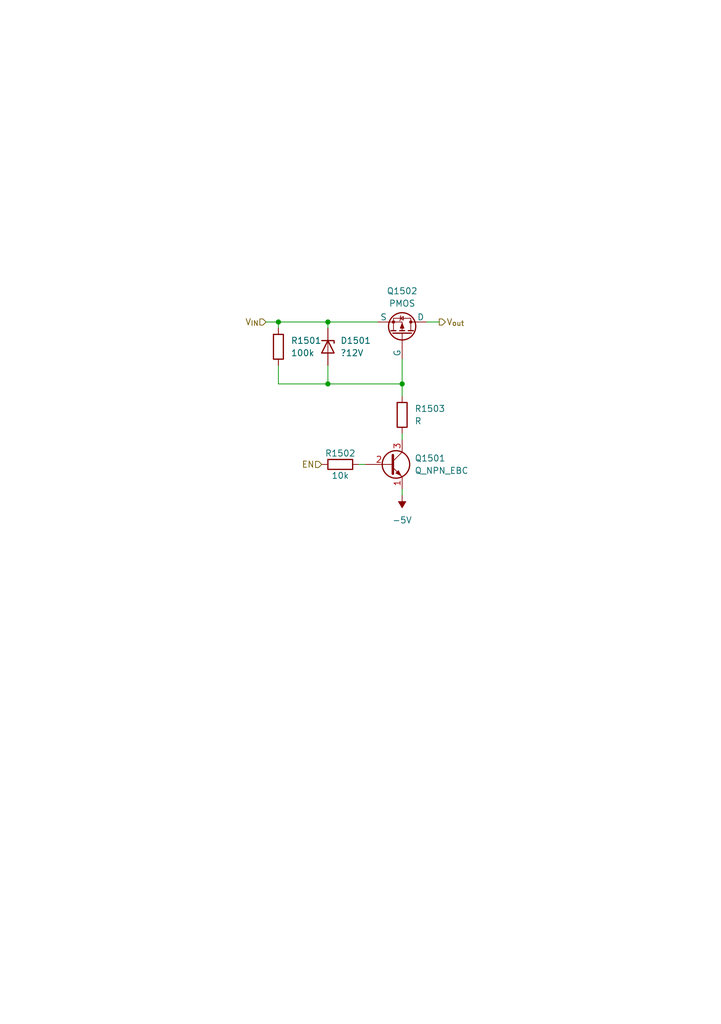
<source format=kicad_sch>
(kicad_sch (version 20250114) (generator "eeschema") (generator_version "9.0")
  (paper "A5" portrait)
  (title_block (title "Power supply - low level driver") (date "2024-06-28"))
  (lib_symbols
    (symbol "Device:D_Zener" (pin_numbers (hide yes)) (pin_names (offset 1.016) (hide yes))
      (property "Reference" "D" (at 0 2.54 0))
      (property "Value" "D_Zener" (at 0 -2.54 0))
      (symbol "D_Zener_0_1"
        (polyline (pts (xy -1.27 -1.27) (xy -1.27 1.27) (xy -0.762 1.27)) (stroke (width 0.254)))
        (polyline (pts (xy 1.27 0) (xy -1.27 0)))
        (polyline (pts (xy 1.27 -1.27) (xy 1.27 1.27) (xy -1.27 0) (xy 1.27 -1.27)) (stroke (width 0.254)))
      )
      (symbol "D_Zener_1_1"
        (pin passive line (at -3.81 0 0) (length 2.54) (name "K") (number "1"))
        (pin passive line (at 3.81 0 180) (length 2.54) (name "A") (number "2"))
      )
    )
    (symbol "Device:Q_NPN_EBC" (pin_names (offset 0) (hide yes))
      (property "Reference" "Q" (at 5.08 1.27 0))
      (property "Value" "Q_NPN_EBC" (at 5.08 -1.27 0))
      (symbol "Q_NPN_EBC_0_1"
        (polyline (pts (xy 0.635 1.905) (xy 0.635 -1.905) (xy 0.635 -1.905)) (stroke (width 0.508)))
        (polyline (pts (xy 0.635 0.635) (xy 2.54 2.54)))
        (polyline (pts (xy 0.635 -0.635) (xy 2.54 -2.54) (xy 2.54 -2.54)))
        (circle (center 1.27 0) (radius 2.8194) (stroke (width 0.254)))
        (polyline (pts (xy 1.27 -1.778) (xy 1.778 -1.27) (xy 2.286 -2.286) (xy 1.27 -1.778) (xy 1.27 -1.778)) (fill (type outline)))
      )
      (symbol "Q_NPN_EBC_1_1"
        (pin passive line (at -5.08 0 0) (length 5.715) (name "B") (number "2"))
        (pin passive line (at 2.54 5.08 270) (length 2.54) (name "C") (number "3"))
        (pin passive line (at 2.54 -5.08 90) (length 2.54) (name "E") (number "1"))
      )
    )
    (symbol "Device:R" (pin_numbers (hide yes)) (pin_names (offset 0))
      (property "Reference" "R" (at 2.032 0 90))
      (property "Value" "R" (at 0 0 90))
      (symbol "R_0_1"
        (rectangle (start -1.016 -2.54) (end 1.016 2.54) (stroke (width 0.254)))
      )
      (symbol "R_1_1"
        (pin passive line (at 0 3.81 270) (length 1.27) (name "~") (number "1"))
        (pin passive line (at 0 -3.81 90) (length 1.27) (name "~") (number "2"))
      )
    )
    (symbol "Simulation_SPICE:PMOS" (pin_numbers (hide yes)) (pin_names (offset 0))
      (property "Reference" "Q" (at 5.08 1.27 0))
      (property "Value" "PMOS" (at 5.08 -1.27 0))
      (symbol "PMOS_0_1"
        (polyline (pts (xy 0.254 1.905) (xy 0.254 -1.905)) (stroke (width 0.254)))
        (polyline (pts (xy 0.254 0) (xy -2.54 0)))
        (polyline (pts (xy 0.762 2.286) (xy 0.762 1.27)) (stroke (width 0.254)))
        (polyline (pts (xy 0.762 1.778) (xy 3.302 1.778) (xy 3.302 -1.778) (xy 0.762 -1.778)))
        (polyline (pts (xy 0.762 0.508) (xy 0.762 -0.508)) (stroke (width 0.254)))
        (polyline (pts (xy 0.762 -1.27) (xy 0.762 -2.286)) (stroke (width 0.254)))
        (circle (center 1.651 0) (radius 2.794) (stroke (width 0.254)))
        (polyline (pts (xy 2.286 0) (xy 1.27 0.381) (xy 1.27 -0.381) (xy 2.286 0)) (fill (type outline)))
        (polyline (pts (xy 2.54 2.54) (xy 2.54 1.778)))
        (circle (center 2.54 1.778) (radius 0.254) (fill (type outline)))
        (circle (center 2.54 -1.778) (radius 0.254) (fill (type outline)))
        (polyline (pts (xy 2.54 -2.54) (xy 2.54 0) (xy 0.762 0)))
        (polyline (pts (xy 2.794 -0.508) (xy 2.921 -0.381) (xy 3.683 -0.381) (xy 3.81 -0.254)))
        (polyline (pts (xy 3.302 -0.381) (xy 2.921 0.254) (xy 3.683 0.254) (xy 3.302 -0.381)))
      )
      (symbol "PMOS_1_1"
        (pin input line (at -5.08 0 0) (length 2.54) (name "G") (number "2"))
        (pin passive line (at 2.54 5.08 270) (length 2.54) (name "D") (number "1"))
        (pin passive line (at 2.54 -5.08 90) (length 2.54) (name "S") (number "3"))
      )
    )
    (symbol "power:-5V" (power) (pin_numbers (hide yes)) (pin_names (offset 0) (hide yes))
      (property "Value" "-5V" (at 0 3.556 0))
      (symbol "-5V_0_0"
        (pin power_in line (at 0 0 90) (length 0) (name "~") (number "1"))
      )
      (symbol "-5V_0_1"
        (polyline (pts (xy 0 0) (xy 0 1.27) (xy 0.762 1.27) (xy 0 2.54) (xy -0.762 1.27) (xy 0 1.27)) (fill (type outline)))
      )
    )
  )
  (junction (at 67.31 78.74))
  (junction (at 57.15 66.04))
  (junction (at 82.55 78.74))
  (junction (at 67.31 66.04))
  (wire (pts (xy 82.55 78.74) (xy 82.55 81.28)))
  (wire (pts (xy 67.31 66.04) (xy 77.47 66.04)))
  (wire (pts (xy 57.15 78.74) (xy 67.31 78.74)))
  (wire (pts (xy 82.55 100.33) (xy 82.55 101.6)))
  (wire (pts (xy 82.55 88.9) (xy 82.55 90.17)))
  (wire (pts (xy 67.31 74.93) (xy 67.31 78.74)))
  (wire (pts (xy 87.63 66.04) (xy 90.17 66.04)))
  (wire (pts (xy 57.15 74.93) (xy 57.15 78.74)))
  (wire (pts (xy 57.15 66.04) (xy 67.31 66.04)))
  (wire (pts (xy 54.61 66.04) (xy 57.15 66.04)))
  (wire (pts (xy 73.66 95.25) (xy 74.93 95.25)))
  (wire (pts (xy 82.55 78.74) (xy 82.55 73.66)))
  (wire (pts (xy 67.31 66.04) (xy 67.31 67.31)))
  (wire (pts (xy 67.31 78.74) (xy 82.55 78.74)))
  (wire (pts (xy 57.15 67.31) (xy 57.15 66.04)))
  (hierarchical_label "V_{IN}" (shape input) (at 54.61 66.04 180))
  (hierarchical_label "EN" (shape input) (at 66.04 95.25 180))
  (hierarchical_label "V_{out}" (shape output) (at 90.17 66.04 0))
  (symbol (lib_id "Device:R") (at 82.55 85.09 0) (mirror y) (unit 1)
    (property "Reference" "R1503" (at 85.09 83.8199 0) (effects (justify right)))
    (property "Value" "R" (at 85.09 86.3599 0) (effects (justify right)))
    (property "Description" "Resistor" (effects (hide yes)))
    (instances (project "Power_unit_A1" (path "" (reference "R1503") (unit 1)) (path "" (reference "R1603") (unit 1))))
  )
  (symbol (lib_id "Simulation_SPICE:PMOS") (at 82.55 68.58 270) (mirror x) (unit 1)
    (property "Reference" "Q1502" (at 82.55 59.69 90))
    (property "Value" "PMOS" (at 82.55 62.23 90))
    (property "Datasheet" "https://ngspice.sourceforge.io/docs/ngspice-html-manual/manual.xhtml#cha_MOSFETs" (effects (hide yes)))
    (property "Description" "P-MOSFET transistor, drain/source/gate" (effects (hide yes)))
    (property "Sim.Device" "PMOS" (effects (hide yes)))
    (property "Sim.Type" "VDMOS" (effects (hide yes)))
    (property "Sim.Pins" "1=D 2=G 3=S" (effects (hide yes)))
    (instances (project "Power_unit_A1" (path "" (reference "Q1502") (unit 1)) (path "" (reference "Q1602") (unit 1))))
  )
  (symbol (lib_id "Device:R") (at 57.15 71.12 0) (mirror y) (unit 1)
    (property "Reference" "R1501" (at 59.69 69.8499 0) (effects (justify right)))
    (property "Value" "100k" (at 59.69 72.3899 0) (effects (justify right)))
    (property "Description" "Resistor" (effects (hide yes)))
    (instances (project "Power_unit_A1" (path "" (reference "R1501") (unit 1)) (path "" (reference "R1601") (unit 1))))
  )
  (symbol (lib_id "Device:R") (at 69.85 95.25 90) (unit 1)
    (property "Reference" "R1502" (at 69.85 92.964 90))
    (property "Value" "10k" (at 69.85 97.536 90))
    (instances (project "Power_unit_A1" (path "" (reference "R1502") (unit 1)) (path "" (reference "R1602") (unit 1))))
  )
  (symbol (lib_id "Device:Q_NPN_EBC") (at 80.01 95.25 0) (unit 1)
    (property "Reference" "Q1501" (at 85.09 93.9799 0) (effects (justify left)))
    (property "Value" "Q_NPN_EBC" (at 85.09 96.5199 0) (effects (justify left)))
    (property "Description" "NPN transistor, emitter/base/collector" (effects (hide yes)))
    (instances (project "Power_unit_A1" (path "" (reference "Q1501") (unit 1)) (path "" (reference "Q1601") (unit 1))))
  )
  (symbol (lib_id "power:-5V") (at 82.55 101.6 180) (unit 1)
    (property "Reference" "#PWR01501" (effects (hide yes)))
    (property "Value" "-5V" (at 82.55 106.68 0))
    (property "Description" "Power symbol creates a global label with name \"-5V\"" (effects (hide yes)))
    (instances (project "Power_unit_A1" (path "" (reference "#PWR01501") (unit 1)) (path "" (reference "#PWR01601") (unit 1))))
  )
  (symbol (lib_id "Device:D_Zener") (at 67.31 71.12 270) (unit 1)
    (property "Reference" "D1501" (at 69.85 69.8499 90) (effects (justify left)))
    (property "Value" "?12V" (at 69.85 72.3899 90) (effects (justify left)))
    (property "Description" "Zener diode" (effects (hide yes)))
    (instances (project "Power_unit_A1" (path "" (reference "D1501") (unit 1)) (path "" (reference "D1601") (unit 1))))
  )
)
</source>
